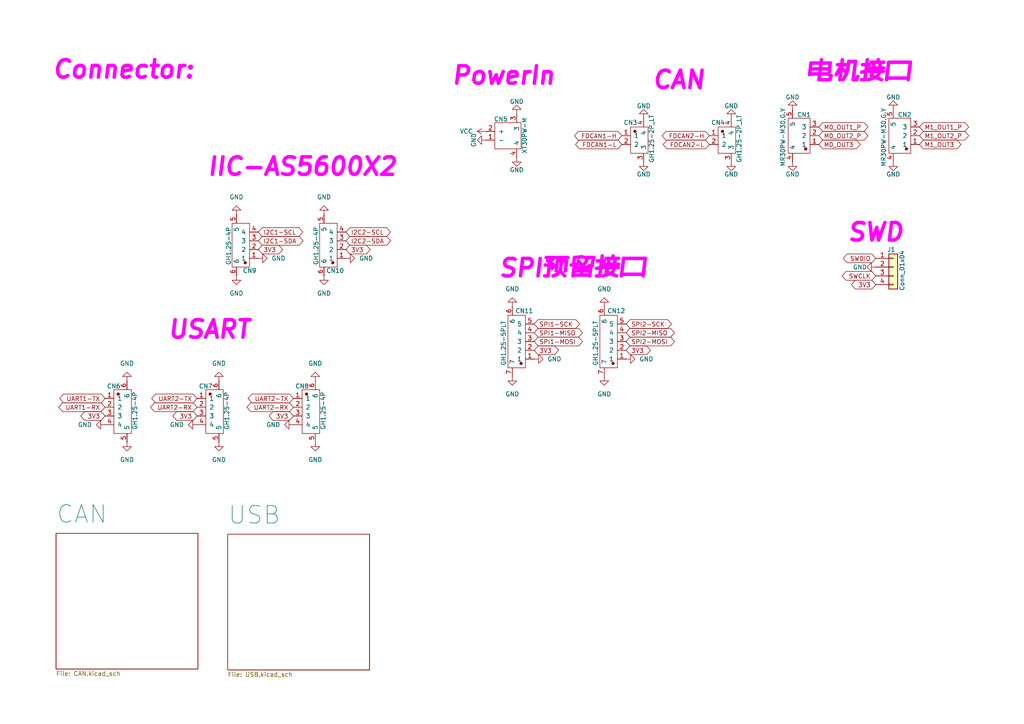
<source format=kicad_sch>
(kicad_sch (version 20231120) (generator "eeschema") (generator_version "8.0")
  (paper "A4")
  (title_block (title "Connector") (date "2025-01-24") (rev "Dennis_Re_Yoonjiho"))
  (lib_symbols
    (symbol "Connector_Generic:Conn_01x04" (pin_names (offset 1.016) hide)
      (property "Reference" "J" (at 0 5.08 0))
      (property "Value" "Conn_01x04" (at 0 -7.62 0))
      (symbol "Conn_01x04_1_1"
        (rectangle (start -1.27 -4.953) (end 0 -5.207) (stroke (width 0.1524)))
        (rectangle (start -1.27 -2.413) (end 0 -2.667) (stroke (width 0.1524)))
        (rectangle (start -1.27 0.127) (end 0 -0.127) (stroke (width 0.1524)))
        (rectangle (start -1.27 2.667) (end 0 2.413) (stroke (width 0.1524)))
        (rectangle (start -1.27 3.81) (end 1.27 -6.35) (stroke (width 0.254)) (fill (type background)))
        (pin passive line (at -5.08 2.54 0) (length 3.81) (name "Pin_1") (number "1"))
        (pin passive line (at -5.08 0 0) (length 3.81) (name "Pin_2") (number "2"))
        (pin passive line (at -5.08 -2.54 0) (length 3.81) (name "Pin_3") (number "3"))
        (pin passive line (at -5.08 -5.08 0) (length 3.81) (name "Pin_4") (number "4"))
      )
    )
    (symbol "Ts_Foc_Vo符号库:GH1.25-2P_LT" (pin_names (offset 1.016))
      (property "Reference" "CN" (at -1.524 4.826 0))
      (property "Value" "GH1.25-2P_LT" (at 4.318 0.254 90))
      (symbol "GH1.25-2P_LT_1_1"
        (rectangle (start -2.54 3.81) (end 2.54 -3.81) (stroke (width 0.1524)))
        (circle (center -1.27 2.54) (radius 0.381) (stroke (width 0.1524)) (fill (type outline)))
        (pin input line (at -5.08 1.27 0) (length 2.54) (name "1") (number "1"))
        (pin input line (at -5.08 -1.27 0) (length 2.54) (name "2") (number "2"))
        (pin input line (at 1.27 -6.35 90) (length 2.54) (name "3") (number "3"))
        (pin input line (at 1.27 6.35 270) (length 2.54) (name "4") (number "4"))
      )
    )
    (symbol "Ts_Foc_Vo符号库:GH1.25-4P" (pin_names (offset 1.016))
      (property "Reference" "CN" (at -1.524 7.366 0))
      (property "Value" "GH1.25-4P" (at 3.556 0 90))
      (symbol "GH1.25-4P_1_1"
        (rectangle (start -2.54 6.35) (end 2.54 -6.35) (stroke (width 0.1524)))
        (circle (center -1.27 5.08) (radius 0.381) (stroke (width 0.1524)) (fill (type outline)))
        (pin input line (at -5.08 3.81 0) (length 2.54) (name "1") (number "1"))
        (pin input line (at -5.08 1.27 0) (length 2.54) (name "2") (number "2"))
        (pin input line (at -5.08 -1.27 0) (length 2.54) (name "3") (number "3"))
        (pin input line (at -5.08 -3.81 0) (length 2.54) (name "4") (number "4"))
        (pin input line (at 1.27 -8.89 90) (length 2.54) (name "5") (number "5"))
        (pin input line (at 1.27 8.89 270) (length 2.54) (name "6") (number "6"))
      )
    )
    (symbol "Ts_Foc_Vo符号库:GH1.25-5PLT" (pin_names (offset 1.016))
      (property "Reference" "CN" (at -1.27 8.636 0))
      (property "Value" "GH1.25-5PLT" (at 3.81 -0.762 90))
      (symbol "GH1.25-5PLT_1_1"
        (rectangle (start -2.54 7.62) (end 2.54 -7.62) (stroke (width 0.1524)))
        (circle (center -1.27 6.35) (radius 0.381) (stroke (width 0.1524)) (fill (type outline)))
        (pin input line (at -5.08 5.08 0) (length 2.54) (name "1") (number "1"))
        (pin input line (at -5.08 2.54 0) (length 2.54) (name "2") (number "2"))
        (pin input line (at -5.08 0 0) (length 2.54) (name "3") (number "3"))
        (pin input line (at -5.08 -2.54 0) (length 2.54) (name "4") (number "4"))
        (pin input line (at -5.08 -5.08 0) (length 2.54) (name "5") (number "5"))
        (pin input line (at 1.27 -10.16 90) (length 2.54) (name "6") (number "6"))
        (pin input line (at 1.27 10.16 270) (length 2.54) (name "7") (number "7"))
      )
    )
    (symbol "Ts_Foc_Vo符号库:MR30PW-M30.G.Y" (pin_names (offset 1.016))
      (property "Reference" "CN" (at -1.778 6.096 0))
      (property "Value" "MR30PW-M30.G.Y" (at 5.334 -0.508 90))
      (symbol "MR30PW-M30.G.Y_1_1"
        (rectangle (start -2.54 5.08) (end 3.81 -5.08) (stroke (width 0.1524)))
        (circle (center -1.27 3.81) (radius 0.381) (stroke (width 0.1524)) (fill (type outline)))
        (pin input line (at -5.08 2.54 0) (length 2.54) (name "1") (number "1"))
        (pin input line (at -5.08 0 0) (length 2.54) (name "2") (number "2"))
        (pin input line (at -5.08 -2.54 0) (length 2.54) (name "3") (number "3"))
        (pin input line (at 2.54 7.62 270) (length 2.54) (name "4") (number "4"))
        (pin input line (at 2.54 -7.62 90) (length 2.54) (name "5") (number "5"))
      )
    )
    (symbol "Ts_Foc_Vo符号库:XT30PW-M" (pin_names (offset 1.016))
      (property "Reference" "CN" (at -5.588 1.27 0))
      (property "Value" "XT30PW-M" (at 0 -6.096 0))
      (symbol "XT30PW-M_1_1"
        (rectangle (start -3.81 2.54) (end 3.81 -5.08) (stroke (width 0.1524)))
        (pin input line (at -1.27 5.08 270) (length 2.54) (name "-") (number "1"))
        (pin input line (at 1.27 5.08 270) (length 2.54) (name "+") (number "2"))
        (pin input line (at 6.35 -3.81 180) (length 2.54) (name "3") (number "3"))
        (pin input line (at -6.35 -3.81 0) (length 2.54) (name "4") (number "4"))
      )
    )
    (symbol "power:GND" (power) (pin_numbers hide) (pin_names (offset 0) hide)
      (property "Value" "GND" (at 0 -3.81 0))
      (symbol "GND_0_1"
        (polyline (pts (xy 0 0) (xy 0 -1.27) (xy 1.27 -1.27) (xy 0 -2.54) (xy -1.27 -1.27) (xy 0 -1.27)))
      )
      (symbol "GND_1_1"
        (pin power_in line (at 0 0 270) (length 0) (name "~") (number "1"))
      )
    )
    (symbol "power:VCC" (power) (pin_numbers hide) (pin_names (offset 0) hide)
      (property "Value" "VCC" (at 0 3.556 0))
      (symbol "VCC_0_1"
        (polyline (pts (xy -0.762 1.27) (xy 0 2.54)))
        (polyline (pts (xy 0 0) (xy 0 2.54)))
        (polyline (pts (xy 0 2.54) (xy 0.762 1.27)))
      )
      (symbol "VCC_1_1"
        (pin power_in line (at 0 0 90) (length 0) (name "~") (number "1"))
      )
    )
  )
  (text "CAN\n" (exclude_from_sim yes) (at 196.85 23.368 0) (effects (font (size 5.08 5.08) (thickness 1.016) (bold yes) (italic yes))))
  (text "PowerIn" (exclude_from_sim yes) (at 146.05 22.098 0) (effects (font (size 5.08 5.08) (thickness 1.016) (bold yes) (italic yes))))
  (text "电机接口" (exclude_from_sim yes) (at 249.174 21.082 0) (effects (font (size 5.08 5.08) (thickness 1.016) (bold yes) (italic yes))))
  (text "IIC-AS5600X2" (exclude_from_sim yes) (at 87.63 48.514 0) (effects (font (size 5.08 5.08) (thickness 1.016) (bold yes) (italic yes))))
  (text "Connector:\n" (exclude_from_sim yes) (at 35.814 20.32 0) (effects (font (size 5.08 5.08) (thickness 1.016) (bold yes) (italic yes))))
  (text "SPI预留接口" (exclude_from_sim yes) (at 166.116 77.978 0) (effects (font (size 5.08 5.08) (thickness 1.016) (bold yes) (italic yes))))
  (text "USART" (exclude_from_sim yes) (at 60.706 95.758 0) (effects (font (size 5.08 5.08) (thickness 1.016) (bold yes) (italic yes))))
  (text "SWD\n" (exclude_from_sim yes) (at 254 67.564 0) (effects (font (size 5.08 5.08) (thickness 1.016) (bold yes) (italic yes))))
  (global_label "3V3" (shape bidirectional) (at 57.15 120.65 180) (property "Intersheetrefs" "${INTERSHEET_REFS}" (effects (hide yes))))
  (global_label "UART2-RX" (shape bidirectional) (at 57.15 118.11 180) (property "Intersheetrefs" "${INTERSHEET_REFS}" (effects (hide yes))))
  (global_label "SPI1-MISO" (shape bidirectional) (at 154.94 96.52 0) (property "Intersheetrefs" "${INTERSHEET_REFS}" (effects (hide yes))))
  (global_label "3V3" (shape bidirectional) (at 181.61 101.6 0) (property "Intersheetrefs" "${INTERSHEET_REFS}" (effects (hide yes))))
  (global_label "SPI1-MOSI" (shape bidirectional) (at 154.94 99.06 0) (property "Intersheetrefs" "${INTERSHEET_REFS}" (effects (hide yes))))
  (global_label "FDCAN2-L" (shape bidirectional) (at 205.74 41.91 180) (property "Intersheetrefs" "${INTERSHEET_REFS}" (effects (hide yes))))
  (global_label "SPI1-SCK" (shape bidirectional) (at 154.94 93.98 0) (property "Intersheetrefs" "${INTERSHEET_REFS}" (effects (hide yes))))
  (global_label "3V3" (shape bidirectional) (at 30.48 120.65 180) (property "Intersheetrefs" "${INTERSHEET_REFS}" (effects (hide yes))))
  (global_label "M0_OUT2_P" (shape bidirectional) (at 237.49 39.37 0) (property "Intersheetrefs" "${INTERSHEET_REFS}" (effects (hide yes))))
  (global_label "3V3" (shape bidirectional) (at 254 82.55 180) (property "Intersheetrefs" "${INTERSHEET_REFS}" (effects (hide yes))))
  (global_label "I2C1-SCL" (shape bidirectional) (at 74.93 67.31 0) (property "Intersheetrefs" "${INTERSHEET_REFS}" (effects (hide yes))))
  (global_label "UART1-TX" (shape bidirectional) (at 30.48 115.57 180) (property "Intersheetrefs" "${INTERSHEET_REFS}" (effects (hide yes))))
  (global_label "M1_OUT3" (shape bidirectional) (at 266.7 41.91 0) (property "Intersheetrefs" "${INTERSHEET_REFS}" (effects (hide yes))))
  (global_label "UART2-TX" (shape bidirectional) (at 85.09 115.57 180) (property "Intersheetrefs" "${INTERSHEET_REFS}" (effects (hide yes))))
  (global_label "3V3" (shape bidirectional) (at 74.93 72.39 0) (property "Intersheetrefs" "${INTERSHEET_REFS}" (effects (hide yes))))
  (global_label "3V3" (shape bidirectional) (at 100.33 72.39 0) (property "Intersheetrefs" "${INTERSHEET_REFS}" (effects (hide yes))))
  (global_label "UART2-RX" (shape bidirectional) (at 85.09 118.11 180) (property "Intersheetrefs" "${INTERSHEET_REFS}" (effects (hide yes))))
  (global_label "UART2-TX" (shape bidirectional) (at 57.15 115.57 180) (property "Intersheetrefs" "${INTERSHEET_REFS}" (effects (hide yes))))
  (global_label "I2C2-SDA" (shape bidirectional) (at 100.33 69.85 0) (property "Intersheetrefs" "${INTERSHEET_REFS}" (effects (hide yes))))
  (global_label "SPI2-MOSI" (shape bidirectional) (at 181.61 99.06 0) (property "Intersheetrefs" "${INTERSHEET_REFS}" (effects (hide yes))))
  (global_label "M0_OUT3" (shape bidirectional) (at 237.49 41.91 0) (property "Intersheetrefs" "${INTERSHEET_REFS}" (effects (hide yes))))
  (global_label "FDCAN1-L" (shape bidirectional) (at 180.34 41.91 180) (property "Intersheetrefs" "${INTERSHEET_REFS}" (effects (hide yes))))
  (global_label "SWCLK" (shape bidirectional) (at 254 80.01 180) (property "Intersheetrefs" "${INTERSHEET_REFS}" (effects (hide yes))))
  (global_label "I2C1-SDA" (shape bidirectional) (at 74.93 69.85 0) (property "Intersheetrefs" "${INTERSHEET_REFS}" (effects (hide yes))))
  (global_label "SWDIO" (shape bidirectional) (at 254 74.93 180) (property "Intersheetrefs" "${INTERSHEET_REFS}" (effects (hide yes))))
  (global_label "M1_OUT1_P" (shape bidirectional) (at 266.7 36.83 0) (property "Intersheetrefs" "${INTERSHEET_REFS}" (effects (hide yes))))
  (global_label "M0_OUT1_P" (shape bidirectional) (at 237.49 36.83 0) (property "Intersheetrefs" "${INTERSHEET_REFS}" (effects (hide yes))))
  (global_label "FDCAN2-H" (shape bidirectional) (at 205.74 39.37 180) (property "Intersheetrefs" "${INTERSHEET_REFS}" (effects (hide yes))))
  (global_label "UART1-RX" (shape bidirectional) (at 30.48 118.11 180) (property "Intersheetrefs" "${INTERSHEET_REFS}" (effects (hide yes))))
  (global_label "3V3" (shape bidirectional) (at 85.09 120.65 180) (property "Intersheetrefs" "${INTERSHEET_REFS}" (effects (hide yes))))
  (global_label "3V3" (shape bidirectional) (at 154.94 101.6 0) (property "Intersheetrefs" "${INTERSHEET_REFS}" (effects (hide yes))))
  (global_label "M1_OUT2_P" (shape bidirectional) (at 266.7 39.37 0) (property "Intersheetrefs" "${INTERSHEET_REFS}" (effects (hide yes))))
  (global_label "FDCAN1-H" (shape bidirectional) (at 180.34 39.37 180) (property "Intersheetrefs" "${INTERSHEET_REFS}" (effects (hide yes))))
  (global_label "I2C2-SCL" (shape bidirectional) (at 100.33 67.31 0) (property "Intersheetrefs" "${INTERSHEET_REFS}" (effects (hide yes))))
  (global_label "SPI2-SCK" (shape bidirectional) (at 181.61 93.98 0) (property "Intersheetrefs" "${INTERSHEET_REFS}" (effects (hide yes))))
  (global_label "SPI2-MISO" (shape bidirectional) (at 181.61 96.52 0) (property "Intersheetrefs" "${INTERSHEET_REFS}" (effects (hide yes))))
  (symbol (lib_id "power:GND") (at 85.09 123.19 270) (unit 1)
    (property "Reference" "#PWR065" (effects (hide yes)))
    (property "Value" "GND" (at 81.28 123.1899 90) (effects (justify right)))
    (property "Description" "Power symbol creates a global label with name \"GND\" , ground" (effects (hide yes)))
  )
  (symbol (lib_id "power:GND") (at 259.08 46.99 0) (unit 1)
    (property "Reference" "#PWR049" (effects (hide yes)))
    (property "Value" "GND" (at 259.08 50.546 0))
    (property "Description" "Power symbol creates a global label with name \"GND\" , ground" (effects (hide yes)))
  )
  (symbol (lib_id "power:GND") (at 74.93 74.93 90) (unit 1)
    (property "Reference" "#PWR068" (effects (hide yes)))
    (property "Value" "GND" (at 78.74 74.9301 90) (effects (justify right)))
    (property "Description" "Power symbol creates a global label with name \"GND\" , ground" (effects (hide yes)))
  )
  (symbol (lib_id "power:GND") (at 36.83 110.49 180) (unit 1)
    (property "Reference" "#PWR060" (effects (hide yes)))
    (property "Value" "GND" (at 36.83 105.41 0))
    (property "Description" "Power symbol creates a global label with name \"GND\" , ground" (effects (hide yes)))
  )
  (symbol (lib_id "power:GND") (at 91.44 128.27 0) (unit 1)
    (property "Reference" "#PWR067" (effects (hide yes)))
    (property "Value" "GND" (at 91.44 133.35 0))
    (property "Description" "Power symbol creates a global label with name \"GND\" , ground" (effects (hide yes)))
  )
  (symbol (lib_id "power:GND") (at 36.83 128.27 0) (unit 1)
    (property "Reference" "#PWR061" (effects (hide yes)))
    (property "Value" "GND" (at 36.83 133.35 0))
    (property "Description" "Power symbol creates a global label with name \"GND\" , ground" (effects (hide yes)))
  )
  (symbol (lib_id "power:GND") (at 91.44 110.49 180) (unit 1)
    (property "Reference" "#PWR066" (effects (hide yes)))
    (property "Value" "GND" (at 91.44 105.41 0))
    (property "Description" "Power symbol creates a global label with name \"GND\" , ground" (effects (hide yes)))
  )
  (symbol (lib_id "power:GND") (at 148.59 109.22 0) (unit 1)
    (property "Reference" "#PWR075" (effects (hide yes)))
    (property "Value" "GND" (at 148.59 114.3 0))
    (property "Description" "Power symbol creates a global label with name \"GND\" , ground" (effects (hide yes)))
  )
  (symbol (lib_id "power:GND") (at 175.26 109.22 0) (unit 1)
    (property "Reference" "#PWR078" (effects (hide yes)))
    (property "Value" "GND" (at 175.26 114.3 0))
    (property "Description" "Power symbol creates a global label with name \"GND\" , ground" (effects (hide yes)))
  )
  (symbol (lib_id "power:GND") (at 229.87 31.75 180) (unit 1)
    (property "Reference" "#PWR046" (effects (hide yes)))
    (property "Value" "GND" (at 229.87 28.194 0))
    (property "Description" "Power symbol creates a global label with name \"GND\" , ground" (effects (hide yes)))
  )
  (symbol (lib_id "Ts_Foc_Vo符号库:MR30PW-M30.G.Y") (at 232.41 39.37 180) (unit 1)
    (property "Reference" "CN1" (at 235.204 33.274 0) (effects (justify left)))
    (property "Value" "MR30PW-M30.G.Y" (at 227.076 31.242 90) (effects (justify left)))
    (property "Footprint" "Ts_Foc_Vo封装库:MR30PW-M30-G-Y" (effects (hide yes)))
    (property "SuppliersPartNumber" "C19268036" (effects (hide yes)))
    (property "uuid" "std:fd50f7a470564d188bd35cbced11e981" (effects (hide yes)))
  )
  (symbol (lib_id "Ts_Foc_Vo符号库:GH1.25-4P") (at 90.17 119.38 0) (unit 1)
    (property "Reference" "CN8" (at 85.598 112.014 0) (effects (justify left)))
    (property "Value" "GH1.25-4P" (at 93.726 124.714 90) (effects (justify left)))
    (property "Footprint" "Ts_Foc_Vo封装库:GH1.25_CONN-SMD_4P-P1.25" (effects (hide yes)))
    (property "SuppliersPartNumber" "C18077711" (effects (hide yes)))
    (property "uuid" "std:04baf036832348e9968012a97c32b546" (effects (hide yes)))
  )
  (symbol (lib_id "power:GND") (at 254 77.47 270) (unit 1)
    (property "Reference" "#PWR058" (effects (hide yes)))
    (property "Value" "GND" (at 251.46 77.47 90) (effects (justify right)))
    (property "Description" "Power symbol creates a global label with name \"GND\" , ground" (effects (hide yes)))
  )
  (symbol (lib_id "Ts_Foc_Vo符号库:XT30PW-M") (at 146.05 39.37 90) (unit 1)
    (property "Reference" "CN5" (at 143.256 34.544 90) (effects (justify right)))
    (property "Value" "XT30PW-M" (at 152.146 34.036 0) (effects (justify right)))
    (property "Footprint" "Ts_Foc_Vo封装库:XT30PW-M" (effects (hide yes)))
    (property "Datasheet" "http://www.szlcsc.com/product/details_426930.html" (effects (hide yes)))
    (property "SuppliersPartNumber" "C431092" (effects (hide yes)))
    (property "uuid" "std:a5840929b24f4c1eb727ea4219c56c07" (effects (hide yes)))
  )
  (symbol (lib_id "power:GND") (at 63.5 128.27 0) (unit 1)
    (property "Reference" "#PWR064" (effects (hide yes)))
    (property "Value" "GND" (at 63.5 133.35 0))
    (property "Description" "Power symbol creates a global label with name \"GND\" , ground" (effects (hide yes)))
  )
  (symbol (lib_id "power:GND") (at 140.97 40.64 270) (unit 1)
    (property "Reference" "#PWR057" (effects (hide yes)))
    (property "Value" "GND" (at 137.414 40.64 0))
    (property "Description" "Power symbol creates a global label with name \"GND\" , ground" (effects (hide yes)))
  )
  (symbol (lib_id "Ts_Foc_Vo符号库:GH1.25-2P_LT") (at 185.42 40.64 0) (unit 1)
    (property "Reference" "CN3" (at 180.848 35.56 0) (effects (justify left)))
    (property "Value" "GH1.25-2P_LT" (at 188.976 47.244 90) (effects (justify left)))
    (property "Footprint" "Ts_Foc_Vo封装库:GH1.25_1X2" (effects (hide yes)))
    (property "SuppliersPartNumber" "C18077709" (effects (hide yes)))
    (property "uuid" "std:6287d80be8b149cb8320c6f0c764f130" (effects (hide yes)))
  )
  (symbol (lib_id "power:GND") (at 229.87 46.99 0) (unit 1)
    (property "Reference" "#PWR047" (effects (hide yes)))
    (property "Value" "GND" (at 229.87 50.546 0))
    (property "Description" "Power symbol creates a global label with name \"GND\" , ground" (effects (hide yes)))
  )
  (symbol (lib_id "power:GND") (at 154.94 104.14 90) (unit 1)
    (property "Reference" "#PWR076" (effects (hide yes)))
    (property "Value" "GND" (at 158.75 104.1399 90) (effects (justify right)))
    (property "Description" "Power symbol creates a global label with name \"GND\" , ground" (effects (hide yes)))
  )
  (symbol (lib_id "power:GND") (at 175.26 88.9 180) (unit 1)
    (property "Reference" "#PWR077" (effects (hide yes)))
    (property "Value" "GND" (at 175.26 83.82 0))
    (property "Description" "Power symbol creates a global label with name \"GND\" , ground" (effects (hide yes)))
  )
  (symbol (lib_id "power:GND") (at 93.98 80.01 0) (unit 1)
    (property "Reference" "#PWR072" (effects (hide yes)))
    (property "Value" "GND" (at 93.98 85.09 0))
    (property "Description" "Power symbol creates a global label with name \"GND\" , ground" (effects (hide yes)))
  )
  (symbol (lib_id "power:GND") (at 259.08 31.75 180) (unit 1)
    (property "Reference" "#PWR048" (effects (hide yes)))
    (property "Value" "GND" (at 259.08 28.194 0))
    (property "Description" "Power symbol creates a global label with name \"GND\" , ground" (effects (hide yes)))
  )
  (symbol (lib_id "power:GND") (at 149.86 45.72 0) (unit 1)
    (property "Reference" "#PWR055" (effects (hide yes)))
    (property "Value" "GND" (at 149.86 49.276 0))
    (property "Description" "Power symbol creates a global label with name \"GND\" , ground" (effects (hide yes)))
  )
  (symbol (lib_id "Ts_Foc_Vo符号库:GH1.25-4P") (at 69.85 71.12 180) (unit 1)
    (property "Reference" "CN9" (at 74.422 78.486 0) (effects (justify left)))
    (property "Value" "GH1.25-4P" (at 66.294 65.786 90) (effects (justify left)))
    (property "Footprint" "Ts_Foc_Vo封装库:GH1.25_CONN-SMD_4P-P1.25" (effects (hide yes)))
    (property "SuppliersPartNumber" "C18077711" (effects (hide yes)))
    (property "uuid" "std:04baf036832348e9968012a97c32b546" (effects (hide yes)))
  )
  (symbol (lib_id "power:GND") (at 149.86 33.02 180) (unit 1)
    (property "Reference" "#PWR054" (effects (hide yes)))
    (property "Value" "GND" (at 149.86 29.464 0))
    (property "Description" "Power symbol creates a global label with name \"GND\" , ground" (effects (hide yes)))
  )
  (symbol (lib_id "power:GND") (at 186.69 46.99 0) (unit 1)
    (property "Reference" "#PWR051" (effects (hide yes)))
    (property "Value" "GND" (at 186.69 50.546 0))
    (property "Description" "Power symbol creates a global label with name \"GND\" , ground" (effects (hide yes)))
  )
  (symbol (lib_id "power:GND") (at 68.58 80.01 0) (unit 1)
    (property "Reference" "#PWR069" (effects (hide yes)))
    (property "Value" "GND" (at 68.58 85.09 0))
    (property "Description" "Power symbol creates a global label with name \"GND\" , ground" (effects (hide yes)))
  )
  (symbol (lib_id "power:GND") (at 186.69 34.29 180) (unit 1)
    (property "Reference" "#PWR050" (effects (hide yes)))
    (property "Value" "GND" (at 186.69 30.734 0))
    (property "Description" "Power symbol creates a global label with name \"GND\" , ground" (effects (hide yes)))
  )
  (symbol (lib_id "power:GND") (at 212.09 46.99 0) (unit 1)
    (property "Reference" "#PWR053" (effects (hide yes)))
    (property "Value" "GND" (at 212.09 50.546 0))
    (property "Description" "Power symbol creates a global label with name \"GND\" , ground" (effects (hide yes)))
  )
  (symbol (lib_id "power:GND") (at 63.5 110.49 180) (unit 1)
    (property "Reference" "#PWR063" (effects (hide yes)))
    (property "Value" "GND" (at 63.5 105.41 0))
    (property "Description" "Power symbol creates a global label with name \"GND\" , ground" (effects (hide yes)))
  )
  (symbol (lib_id "Ts_Foc_Vo符号库:GH1.25-5PLT") (at 176.53 99.06 180) (unit 1)
    (property "Reference" "CN12" (at 181.356 90.17 0) (effects (justify left)))
    (property "Value" "GH1.25-5PLT" (at 172.72 92.964 90) (effects (justify left)))
    (property "Footprint" "Ts_Foc_Vo封装库:GH1.25_CONN-SMD_5P-P1.25" (effects (hide yes)))
    (property "SuppliersPartNumber" "C18077712" (effects (hide yes)))
    (property "uuid" "std:a472cdd6ad454b32860fdd2983e38e62" (effects (hide yes)))
  )
  (symbol (lib_id "power:GND") (at 100.33 74.93 90) (unit 1)
    (property "Reference" "#PWR073" (effects (hide yes)))
    (property "Value" "GND" (at 104.14 74.9301 90) (effects (justify right)))
    (property "Description" "Power symbol creates a global label with name \"GND\" , ground" (effects (hide yes)))
  )
  (symbol (lib_id "power:GND") (at 57.15 123.19 270) (unit 1)
    (property "Reference" "#PWR062" (effects (hide yes)))
    (property "Value" "GND" (at 53.34 123.1899 90) (effects (justify right)))
    (property "Description" "Power symbol creates a global label with name \"GND\" , ground" (effects (hide yes)))
  )
  (symbol (lib_id "power:GND") (at 93.98 62.23 180) (unit 1)
    (property "Reference" "#PWR071" (effects (hide yes)))
    (property "Value" "GND" (at 93.98 57.15 0))
    (property "Description" "Power symbol creates a global label with name \"GND\" , ground" (effects (hide yes)))
  )
  (symbol (lib_id "power:GND") (at 212.09 34.29 180) (unit 1)
    (property "Reference" "#PWR052" (effects (hide yes)))
    (property "Value" "GND" (at 212.09 30.734 0))
    (property "Description" "Power symbol creates a global label with name \"GND\" , ground" (effects (hide yes)))
  )
  (symbol (lib_id "power:GND") (at 68.58 62.23 180) (unit 1)
    (property "Reference" "#PWR070" (effects (hide yes)))
    (property "Value" "GND" (at 68.58 57.15 0))
    (property "Description" "Power symbol creates a global label with name \"GND\" , ground" (effects (hide yes)))
  )
  (symbol (lib_id "Ts_Foc_Vo符号库:MR30PW-M30.G.Y") (at 261.62 39.37 180) (unit 1)
    (property "Reference" "CN2" (at 264.414 33.274 0) (effects (justify left)))
    (property "Value" "MR30PW-M30.G.Y" (at 256.286 31.242 90) (effects (justify left)))
    (property "Footprint" "Ts_Foc_Vo封装库:MR30PW-M30-G-Y" (effects (hide yes)))
    (property "SuppliersPartNumber" "C19268036" (effects (hide yes)))
    (property "uuid" "std:fd50f7a470564d188bd35cbced11e981" (effects (hide yes)))
  )
  (symbol (lib_id "Ts_Foc_Vo符号库:GH1.25-4P") (at 35.56 119.38 0) (unit 1)
    (property "Reference" "CN6" (at 30.988 112.014 0) (effects (justify left)))
    (property "Value" "GH1.25-4P" (at 39.116 124.714 90) (effects (justify left)))
    (property "Footprint" "Ts_Foc_Vo封装库:GH1.25_CONN-SMD_4P-P1.25" (effects (hide yes)))
    (property "SuppliersPartNumber" "C18077711" (effects (hide yes)))
    (property "uuid" "std:04baf036832348e9968012a97c32b546" (effects (hide yes)))
  )
  (symbol (lib_id "Ts_Foc_Vo符号库:GH1.25-2P_LT") (at 210.82 40.64 0) (unit 1)
    (property "Reference" "CN4" (at 206.248 35.56 0) (effects (justify left)))
    (property "Value" "GH1.25-2P_LT" (at 214.376 47.244 90) (effects (justify left)))
    (property "Footprint" "Ts_Foc_Vo封装库:GH1.25_1X2" (effects (hide yes)))
    (property "SuppliersPartNumber" "C18077709" (effects (hide yes)))
    (property "uuid" "std:6287d80be8b149cb8320c6f0c764f130" (effects (hide yes)))
  )
  (symbol (lib_id "power:VCC") (at 140.97 38.1 90) (unit 1)
    (property "Reference" "#PWR056" (effects (hide yes)))
    (property "Value" "VCC" (at 137.16 38.0999 90) (effects (justify left)))
    (property "Description" "Power symbol creates a global label with name \"VCC\"" (effects (hide yes)))
  )
  (symbol (lib_id "power:GND") (at 148.59 88.9 180) (unit 1)
    (property "Reference" "#PWR074" (effects (hide yes)))
    (property "Value" "GND" (at 148.59 83.82 0))
    (property "Description" "Power symbol creates a global label with name \"GND\" , ground" (effects (hide yes)))
  )
  (symbol (lib_id "Ts_Foc_Vo符号库:GH1.25-4P") (at 95.25 71.12 180) (unit 1)
    (property "Reference" "CN10" (at 99.822 78.486 0) (effects (justify left)))
    (property "Value" "GH1.25-4P" (at 91.694 65.786 90) (effects (justify left)))
    (property "Footprint" "Ts_Foc_Vo封装库:GH1.25_CONN-SMD_4P-P1.25" (effects (hide yes)))
    (property "SuppliersPartNumber" "C18077711" (effects (hide yes)))
    (property "uuid" "std:04baf036832348e9968012a97c32b546" (effects (hide yes)))
  )
  (symbol (lib_id "Ts_Foc_Vo符号库:GH1.25-5PLT") (at 149.86 99.06 180) (unit 1)
    (property "Reference" "CN11" (at 154.686 90.17 0) (effects (justify left)))
    (property "Value" "GH1.25-5PLT" (at 146.05 92.964 90) (effects (justify left)))
    (property "Footprint" "Ts_Foc_Vo封装库:GH1.25_CONN-SMD_5P-P1.25" (effects (hide yes)))
    (property "SuppliersPartNumber" "C18077712" (effects (hide yes)))
    (property "uuid" "std:a472cdd6ad454b32860fdd2983e38e62" (effects (hide yes)))
  )
  (symbol (lib_id "Ts_Foc_Vo符号库:GH1.25-4P") (at 62.23 119.38 0) (unit 1)
    (property "Reference" "CN7" (at 57.658 112.014 0) (effects (justify left)))
    (property "Value" "GH1.25-4P" (at 65.786 124.714 90) (effects (justify left)))
    (property "Footprint" "Ts_Foc_Vo封装库:GH1.25_CONN-SMD_4P-P1.25" (effects (hide yes)))
    (property "SuppliersPartNumber" "C18077711" (effects (hide yes)))
    (property "uuid" "std:04baf036832348e9968012a97c32b546" (effects (hide yes)))
  )
  (symbol (lib_id "power:GND") (at 30.48 123.19 270) (unit 1)
    (property "Reference" "#PWR059" (effects (hide yes)))
    (property "Value" "GND" (at 26.67 123.1899 90) (effects (justify right)))
    (property "Description" "Power symbol creates a global label with name \"GND\" , ground" (effects (hide yes)))
  )
  (symbol (lib_id "power:GND") (at 181.61 104.14 90) (unit 1)
    (property "Reference" "#PWR079" (effects (hide yes)))
    (property "Value" "GND" (at 185.42 104.1399 90) (effects (justify right)))
    (property "Description" "Power symbol creates a global label with name \"GND\" , ground" (effects (hide yes)))
  )
  (symbol (lib_id "Connector_Generic:Conn_01x04") (at 259.08 77.47 0) (unit 1)
    (property "Reference" "J1" (at 257.302 72.39 0) (effects (justify left)))
    (property "Value" "Conn_01x04" (at 261.62 84.328 90) (effects (justify left)))
    (property "Footprint" "Connector_PinHeader_2.54mm:PinHeader_1x04_P2.54mm_Vertical" (effects (hide yes)))
    (property "Description" "Generic connector, single row, 01x04, script generated (kicad-library-utils/schlib/autogen/connector/)" (effects (hide yes)))
  )
  (sheet (at 66.04 154.94) (size 41.148 39.37) (stroke (width 0.1524))
    (property "Sheetname" "USB" (at 66.04 152.3234 0) (effects (font (size 5.08 5.08)) (justify left bottom)))
    (property "Sheetfile" "USB.kicad_sch" (at 66.04 194.8946 0) (effects (justify left top)))
  )
  (sheet (at 16.256 154.686) (size 41.148 39.37) (stroke (width 0.1524))
    (property "Sheetname" "CAN" (at 16.256 152.0694 0) (effects (font (size 5.08 5.08)) (justify left bottom)))
    (property "Sheetfile" "CAN.kicad_sch" (at 16.256 194.6406 0) (effects (justify left top)))
  )
)
</source>
